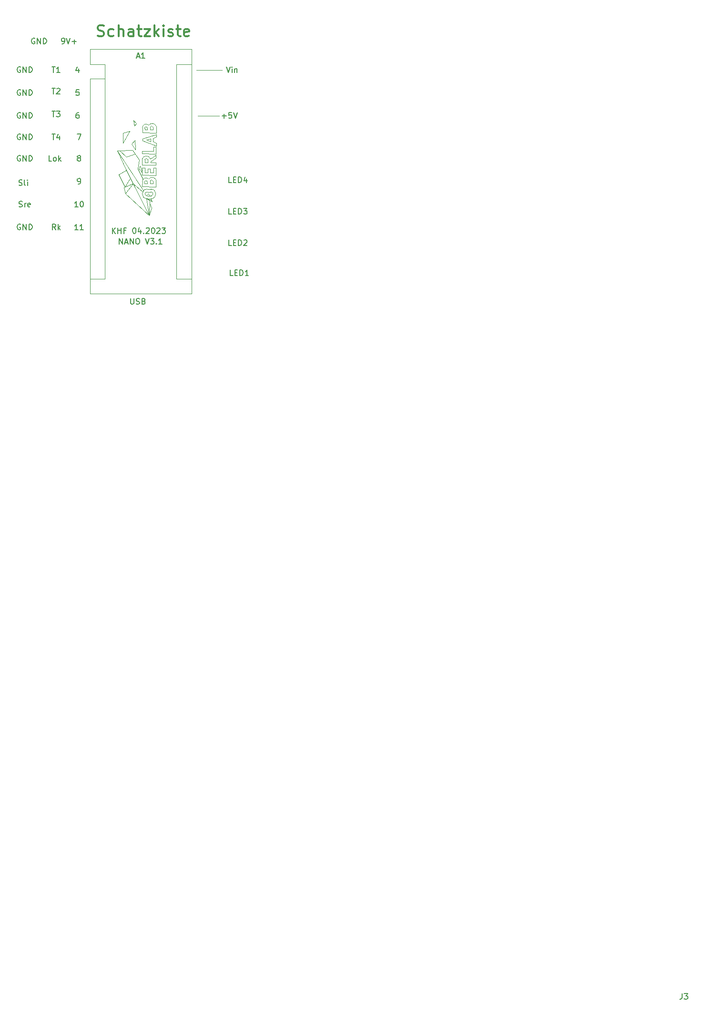
<source format=gbr>
%TF.GenerationSoftware,KiCad,Pcbnew,(5.1.9)-1*%
%TF.CreationDate,2023-04-18T08:21:27+02:00*%
%TF.ProjectId,NANO_Bot,4e414e4f-5f42-46f7-942e-6b696361645f,rev?*%
%TF.SameCoordinates,Original*%
%TF.FileFunction,Legend,Top*%
%TF.FilePolarity,Positive*%
%FSLAX46Y46*%
G04 Gerber Fmt 4.6, Leading zero omitted, Abs format (unit mm)*
G04 Created by KiCad (PCBNEW (5.1.9)-1) date 2023-04-18 08:21:27*
%MOMM*%
%LPD*%
G01*
G04 APERTURE LIST*
%ADD10C,0.150000*%
%ADD11C,0.300000*%
%ADD12C,0.120000*%
%ADD13C,0.050000*%
G04 APERTURE END LIST*
D10*
X108204095Y-339860000D02*
X108108857Y-339812380D01*
X107966000Y-339812380D01*
X107823142Y-339860000D01*
X107727904Y-339955238D01*
X107680285Y-340050476D01*
X107632666Y-340240952D01*
X107632666Y-340383809D01*
X107680285Y-340574285D01*
X107727904Y-340669523D01*
X107823142Y-340764761D01*
X107966000Y-340812380D01*
X108061238Y-340812380D01*
X108204095Y-340764761D01*
X108251714Y-340717142D01*
X108251714Y-340383809D01*
X108061238Y-340383809D01*
X108680285Y-340812380D02*
X108680285Y-339812380D01*
X109251714Y-340812380D01*
X109251714Y-339812380D01*
X109727904Y-340812380D02*
X109727904Y-339812380D01*
X109966000Y-339812380D01*
X110108857Y-339860000D01*
X110204095Y-339955238D01*
X110251714Y-340050476D01*
X110299333Y-340240952D01*
X110299333Y-340383809D01*
X110251714Y-340574285D01*
X110204095Y-340669523D01*
X110108857Y-340764761D01*
X109966000Y-340812380D01*
X109727904Y-340812380D01*
X108204095Y-327668000D02*
X108108857Y-327620380D01*
X107966000Y-327620380D01*
X107823142Y-327668000D01*
X107727904Y-327763238D01*
X107680285Y-327858476D01*
X107632666Y-328048952D01*
X107632666Y-328191809D01*
X107680285Y-328382285D01*
X107727904Y-328477523D01*
X107823142Y-328572761D01*
X107966000Y-328620380D01*
X108061238Y-328620380D01*
X108204095Y-328572761D01*
X108251714Y-328525142D01*
X108251714Y-328191809D01*
X108061238Y-328191809D01*
X108680285Y-328620380D02*
X108680285Y-327620380D01*
X109251714Y-328620380D01*
X109251714Y-327620380D01*
X109727904Y-328620380D02*
X109727904Y-327620380D01*
X109966000Y-327620380D01*
X110108857Y-327668000D01*
X110204095Y-327763238D01*
X110251714Y-327858476D01*
X110299333Y-328048952D01*
X110299333Y-328191809D01*
X110251714Y-328382285D01*
X110204095Y-328477523D01*
X110108857Y-328572761D01*
X109966000Y-328620380D01*
X109727904Y-328620380D01*
X108204095Y-323858000D02*
X108108857Y-323810380D01*
X107966000Y-323810380D01*
X107823142Y-323858000D01*
X107727904Y-323953238D01*
X107680285Y-324048476D01*
X107632666Y-324238952D01*
X107632666Y-324381809D01*
X107680285Y-324572285D01*
X107727904Y-324667523D01*
X107823142Y-324762761D01*
X107966000Y-324810380D01*
X108061238Y-324810380D01*
X108204095Y-324762761D01*
X108251714Y-324715142D01*
X108251714Y-324381809D01*
X108061238Y-324381809D01*
X108680285Y-324810380D02*
X108680285Y-323810380D01*
X109251714Y-324810380D01*
X109251714Y-323810380D01*
X109727904Y-324810380D02*
X109727904Y-323810380D01*
X109966000Y-323810380D01*
X110108857Y-323858000D01*
X110204095Y-323953238D01*
X110251714Y-324048476D01*
X110299333Y-324238952D01*
X110299333Y-324381809D01*
X110251714Y-324572285D01*
X110204095Y-324667523D01*
X110108857Y-324762761D01*
X109966000Y-324810380D01*
X109727904Y-324810380D01*
X108204095Y-320048000D02*
X108108857Y-320000380D01*
X107966000Y-320000380D01*
X107823142Y-320048000D01*
X107727904Y-320143238D01*
X107680285Y-320238476D01*
X107632666Y-320428952D01*
X107632666Y-320571809D01*
X107680285Y-320762285D01*
X107727904Y-320857523D01*
X107823142Y-320952761D01*
X107966000Y-321000380D01*
X108061238Y-321000380D01*
X108204095Y-320952761D01*
X108251714Y-320905142D01*
X108251714Y-320571809D01*
X108061238Y-320571809D01*
X108680285Y-321000380D02*
X108680285Y-320000380D01*
X109251714Y-321000380D01*
X109251714Y-320000380D01*
X109727904Y-321000380D02*
X109727904Y-320000380D01*
X109966000Y-320000380D01*
X110108857Y-320048000D01*
X110204095Y-320143238D01*
X110251714Y-320238476D01*
X110299333Y-320428952D01*
X110299333Y-320571809D01*
X110251714Y-320762285D01*
X110204095Y-320857523D01*
X110108857Y-320952761D01*
X109966000Y-321000380D01*
X109727904Y-321000380D01*
X108204095Y-315984000D02*
X108108857Y-315936380D01*
X107966000Y-315936380D01*
X107823142Y-315984000D01*
X107727904Y-316079238D01*
X107680285Y-316174476D01*
X107632666Y-316364952D01*
X107632666Y-316507809D01*
X107680285Y-316698285D01*
X107727904Y-316793523D01*
X107823142Y-316888761D01*
X107966000Y-316936380D01*
X108061238Y-316936380D01*
X108204095Y-316888761D01*
X108251714Y-316841142D01*
X108251714Y-316507809D01*
X108061238Y-316507809D01*
X108680285Y-316936380D02*
X108680285Y-315936380D01*
X109251714Y-316936380D01*
X109251714Y-315936380D01*
X109727904Y-316936380D02*
X109727904Y-315936380D01*
X109966000Y-315936380D01*
X110108857Y-315984000D01*
X110204095Y-316079238D01*
X110251714Y-316174476D01*
X110299333Y-316364952D01*
X110299333Y-316507809D01*
X110251714Y-316698285D01*
X110204095Y-316793523D01*
X110108857Y-316888761D01*
X109966000Y-316936380D01*
X109727904Y-316936380D01*
X108204095Y-311920000D02*
X108108857Y-311872380D01*
X107966000Y-311872380D01*
X107823142Y-311920000D01*
X107727904Y-312015238D01*
X107680285Y-312110476D01*
X107632666Y-312300952D01*
X107632666Y-312443809D01*
X107680285Y-312634285D01*
X107727904Y-312729523D01*
X107823142Y-312824761D01*
X107966000Y-312872380D01*
X108061238Y-312872380D01*
X108204095Y-312824761D01*
X108251714Y-312777142D01*
X108251714Y-312443809D01*
X108061238Y-312443809D01*
X108680285Y-312872380D02*
X108680285Y-311872380D01*
X109251714Y-312872380D01*
X109251714Y-311872380D01*
X109727904Y-312872380D02*
X109727904Y-311872380D01*
X109966000Y-311872380D01*
X110108857Y-311920000D01*
X110204095Y-312015238D01*
X110251714Y-312110476D01*
X110299333Y-312300952D01*
X110299333Y-312443809D01*
X110251714Y-312634285D01*
X110204095Y-312729523D01*
X110108857Y-312824761D01*
X109966000Y-312872380D01*
X109727904Y-312872380D01*
D11*
X121905142Y-306371523D02*
X122190857Y-306466761D01*
X122667047Y-306466761D01*
X122857523Y-306371523D01*
X122952761Y-306276285D01*
X123048000Y-306085809D01*
X123048000Y-305895333D01*
X122952761Y-305704857D01*
X122857523Y-305609619D01*
X122667047Y-305514380D01*
X122286095Y-305419142D01*
X122095619Y-305323904D01*
X122000380Y-305228666D01*
X121905142Y-305038190D01*
X121905142Y-304847714D01*
X122000380Y-304657238D01*
X122095619Y-304562000D01*
X122286095Y-304466761D01*
X122762285Y-304466761D01*
X123048000Y-304562000D01*
X124762285Y-306371523D02*
X124571809Y-306466761D01*
X124190857Y-306466761D01*
X124000380Y-306371523D01*
X123905142Y-306276285D01*
X123809904Y-306085809D01*
X123809904Y-305514380D01*
X123905142Y-305323904D01*
X124000380Y-305228666D01*
X124190857Y-305133428D01*
X124571809Y-305133428D01*
X124762285Y-305228666D01*
X125619428Y-306466761D02*
X125619428Y-304466761D01*
X126476571Y-306466761D02*
X126476571Y-305419142D01*
X126381333Y-305228666D01*
X126190857Y-305133428D01*
X125905142Y-305133428D01*
X125714666Y-305228666D01*
X125619428Y-305323904D01*
X128286095Y-306466761D02*
X128286095Y-305419142D01*
X128190857Y-305228666D01*
X128000380Y-305133428D01*
X127619428Y-305133428D01*
X127428952Y-305228666D01*
X128286095Y-306371523D02*
X128095619Y-306466761D01*
X127619428Y-306466761D01*
X127428952Y-306371523D01*
X127333714Y-306181047D01*
X127333714Y-305990571D01*
X127428952Y-305800095D01*
X127619428Y-305704857D01*
X128095619Y-305704857D01*
X128286095Y-305609619D01*
X128952761Y-305133428D02*
X129714666Y-305133428D01*
X129238476Y-304466761D02*
X129238476Y-306181047D01*
X129333714Y-306371523D01*
X129524190Y-306466761D01*
X129714666Y-306466761D01*
X130190857Y-305133428D02*
X131238476Y-305133428D01*
X130190857Y-306466761D01*
X131238476Y-306466761D01*
X132000380Y-306466761D02*
X132000380Y-304466761D01*
X132190857Y-305704857D02*
X132762285Y-306466761D01*
X132762285Y-305133428D02*
X132000380Y-305895333D01*
X133619428Y-306466761D02*
X133619428Y-305133428D01*
X133619428Y-304466761D02*
X133524190Y-304562000D01*
X133619428Y-304657238D01*
X133714666Y-304562000D01*
X133619428Y-304466761D01*
X133619428Y-304657238D01*
X134476571Y-306371523D02*
X134667047Y-306466761D01*
X135048000Y-306466761D01*
X135238476Y-306371523D01*
X135333714Y-306181047D01*
X135333714Y-306085809D01*
X135238476Y-305895333D01*
X135048000Y-305800095D01*
X134762285Y-305800095D01*
X134571809Y-305704857D01*
X134476571Y-305514380D01*
X134476571Y-305419142D01*
X134571809Y-305228666D01*
X134762285Y-305133428D01*
X135048000Y-305133428D01*
X135238476Y-305228666D01*
X135905142Y-305133428D02*
X136667047Y-305133428D01*
X136190857Y-304466761D02*
X136190857Y-306181047D01*
X136286095Y-306371523D01*
X136476571Y-306466761D01*
X136667047Y-306466761D01*
X138095619Y-306371523D02*
X137905142Y-306466761D01*
X137524190Y-306466761D01*
X137333714Y-306371523D01*
X137238476Y-306181047D01*
X137238476Y-305419142D01*
X137333714Y-305228666D01*
X137524190Y-305133428D01*
X137905142Y-305133428D01*
X138095619Y-305228666D01*
X138190857Y-305419142D01*
X138190857Y-305609619D01*
X137238476Y-305800095D01*
D12*
X139700000Y-320548000D02*
X143510000Y-320548000D01*
X139446000Y-312420000D02*
X144018000Y-312420000D01*
D10*
X118554476Y-312205714D02*
X118554476Y-312872380D01*
X118316380Y-311824761D02*
X118078285Y-312539047D01*
X118697333Y-312539047D01*
X127770095Y-353020380D02*
X127770095Y-353829904D01*
X127817714Y-353925142D01*
X127865333Y-353972761D01*
X127960571Y-354020380D01*
X128151047Y-354020380D01*
X128246285Y-353972761D01*
X128293904Y-353925142D01*
X128341523Y-353829904D01*
X128341523Y-353020380D01*
X128770095Y-353972761D02*
X128912952Y-354020380D01*
X129151047Y-354020380D01*
X129246285Y-353972761D01*
X129293904Y-353925142D01*
X129341523Y-353829904D01*
X129341523Y-353734666D01*
X129293904Y-353639428D01*
X129246285Y-353591809D01*
X129151047Y-353544190D01*
X128960571Y-353496571D01*
X128865333Y-353448952D01*
X128817714Y-353401333D01*
X128770095Y-353306095D01*
X128770095Y-353210857D01*
X128817714Y-353115619D01*
X128865333Y-353068000D01*
X128960571Y-353020380D01*
X129198666Y-353020380D01*
X129341523Y-353068000D01*
X130103428Y-353496571D02*
X130246285Y-353544190D01*
X130293904Y-353591809D01*
X130341523Y-353687047D01*
X130341523Y-353829904D01*
X130293904Y-353925142D01*
X130246285Y-353972761D01*
X130151047Y-354020380D01*
X129770095Y-354020380D01*
X129770095Y-353020380D01*
X130103428Y-353020380D01*
X130198666Y-353068000D01*
X130246285Y-353115619D01*
X130293904Y-353210857D01*
X130293904Y-353306095D01*
X130246285Y-353401333D01*
X130198666Y-353448952D01*
X130103428Y-353496571D01*
X129770095Y-353496571D01*
X145946952Y-348940380D02*
X145470761Y-348940380D01*
X145470761Y-347940380D01*
X146280285Y-348416571D02*
X146613619Y-348416571D01*
X146756476Y-348940380D02*
X146280285Y-348940380D01*
X146280285Y-347940380D01*
X146756476Y-347940380D01*
X147185047Y-348940380D02*
X147185047Y-347940380D01*
X147423142Y-347940380D01*
X147566000Y-347988000D01*
X147661238Y-348083238D01*
X147708857Y-348178476D01*
X147756476Y-348368952D01*
X147756476Y-348511809D01*
X147708857Y-348702285D01*
X147661238Y-348797523D01*
X147566000Y-348892761D01*
X147423142Y-348940380D01*
X147185047Y-348940380D01*
X148708857Y-348940380D02*
X148137428Y-348940380D01*
X148423142Y-348940380D02*
X148423142Y-347940380D01*
X148327904Y-348083238D01*
X148232666Y-348178476D01*
X148137428Y-348226095D01*
X144002285Y-320619428D02*
X144764190Y-320619428D01*
X144383238Y-321000380D02*
X144383238Y-320238476D01*
X145716571Y-320000380D02*
X145240380Y-320000380D01*
X145192761Y-320476571D01*
X145240380Y-320428952D01*
X145335619Y-320381333D01*
X145573714Y-320381333D01*
X145668952Y-320428952D01*
X145716571Y-320476571D01*
X145764190Y-320571809D01*
X145764190Y-320809904D01*
X145716571Y-320905142D01*
X145668952Y-320952761D01*
X145573714Y-321000380D01*
X145335619Y-321000380D01*
X145240380Y-320952761D01*
X145192761Y-320905142D01*
X146049904Y-320000380D02*
X146383238Y-321000380D01*
X146716571Y-320000380D01*
X145692952Y-338018380D02*
X145216761Y-338018380D01*
X145216761Y-337018380D01*
X146026285Y-337494571D02*
X146359619Y-337494571D01*
X146502476Y-338018380D02*
X146026285Y-338018380D01*
X146026285Y-337018380D01*
X146502476Y-337018380D01*
X146931047Y-338018380D02*
X146931047Y-337018380D01*
X147169142Y-337018380D01*
X147312000Y-337066000D01*
X147407238Y-337161238D01*
X147454857Y-337256476D01*
X147502476Y-337446952D01*
X147502476Y-337589809D01*
X147454857Y-337780285D01*
X147407238Y-337875523D01*
X147312000Y-337970761D01*
X147169142Y-338018380D01*
X146931047Y-338018380D01*
X147835809Y-337018380D02*
X148454857Y-337018380D01*
X148121523Y-337399333D01*
X148264380Y-337399333D01*
X148359619Y-337446952D01*
X148407238Y-337494571D01*
X148454857Y-337589809D01*
X148454857Y-337827904D01*
X148407238Y-337923142D01*
X148359619Y-337970761D01*
X148264380Y-338018380D01*
X147978666Y-338018380D01*
X147883428Y-337970761D01*
X147835809Y-337923142D01*
X145692952Y-332430380D02*
X145216761Y-332430380D01*
X145216761Y-331430380D01*
X146026285Y-331906571D02*
X146359619Y-331906571D01*
X146502476Y-332430380D02*
X146026285Y-332430380D01*
X146026285Y-331430380D01*
X146502476Y-331430380D01*
X146931047Y-332430380D02*
X146931047Y-331430380D01*
X147169142Y-331430380D01*
X147312000Y-331478000D01*
X147407238Y-331573238D01*
X147454857Y-331668476D01*
X147502476Y-331858952D01*
X147502476Y-332001809D01*
X147454857Y-332192285D01*
X147407238Y-332287523D01*
X147312000Y-332382761D01*
X147169142Y-332430380D01*
X146931047Y-332430380D01*
X148359619Y-331763714D02*
X148359619Y-332430380D01*
X148121523Y-331382761D02*
X147883428Y-332097047D01*
X148502476Y-332097047D01*
X145692952Y-343606380D02*
X145216761Y-343606380D01*
X145216761Y-342606380D01*
X146026285Y-343082571D02*
X146359619Y-343082571D01*
X146502476Y-343606380D02*
X146026285Y-343606380D01*
X146026285Y-342606380D01*
X146502476Y-342606380D01*
X146931047Y-343606380D02*
X146931047Y-342606380D01*
X147169142Y-342606380D01*
X147312000Y-342654000D01*
X147407238Y-342749238D01*
X147454857Y-342844476D01*
X147502476Y-343034952D01*
X147502476Y-343177809D01*
X147454857Y-343368285D01*
X147407238Y-343463523D01*
X147312000Y-343558761D01*
X147169142Y-343606380D01*
X146931047Y-343606380D01*
X147883428Y-342701619D02*
X147931047Y-342654000D01*
X148026285Y-342606380D01*
X148264380Y-342606380D01*
X148359619Y-342654000D01*
X148407238Y-342701619D01*
X148454857Y-342796857D01*
X148454857Y-342892095D01*
X148407238Y-343034952D01*
X147835809Y-343606380D01*
X148454857Y-343606380D01*
X144772190Y-311872380D02*
X145105523Y-312872380D01*
X145438857Y-311872380D01*
X145772190Y-312872380D02*
X145772190Y-312205714D01*
X145772190Y-311872380D02*
X145724571Y-311920000D01*
X145772190Y-311967619D01*
X145819809Y-311920000D01*
X145772190Y-311872380D01*
X145772190Y-311967619D01*
X146248380Y-312205714D02*
X146248380Y-312872380D01*
X146248380Y-312300952D02*
X146296000Y-312253333D01*
X146391238Y-312205714D01*
X146534095Y-312205714D01*
X146629333Y-312253333D01*
X146676952Y-312348571D01*
X146676952Y-312872380D01*
X118284666Y-323810380D02*
X118951333Y-323810380D01*
X118522761Y-324810380D01*
X118427523Y-332684380D02*
X118618000Y-332684380D01*
X118713238Y-332636761D01*
X118760857Y-332589142D01*
X118856095Y-332446285D01*
X118903714Y-332255809D01*
X118903714Y-331874857D01*
X118856095Y-331779619D01*
X118808476Y-331732000D01*
X118713238Y-331684380D01*
X118522761Y-331684380D01*
X118427523Y-331732000D01*
X118379904Y-331779619D01*
X118332285Y-331874857D01*
X118332285Y-332112952D01*
X118379904Y-332208190D01*
X118427523Y-332255809D01*
X118522761Y-332303428D01*
X118713238Y-332303428D01*
X118808476Y-332255809D01*
X118856095Y-332208190D01*
X118903714Y-332112952D01*
X118427523Y-336748380D02*
X117856095Y-336748380D01*
X118141809Y-336748380D02*
X118141809Y-335748380D01*
X118046571Y-335891238D01*
X117951333Y-335986476D01*
X117856095Y-336034095D01*
X119046571Y-335748380D02*
X119141809Y-335748380D01*
X119237047Y-335796000D01*
X119284666Y-335843619D01*
X119332285Y-335938857D01*
X119379904Y-336129333D01*
X119379904Y-336367428D01*
X119332285Y-336557904D01*
X119284666Y-336653142D01*
X119237047Y-336700761D01*
X119141809Y-336748380D01*
X119046571Y-336748380D01*
X118951333Y-336700761D01*
X118903714Y-336653142D01*
X118856095Y-336557904D01*
X118808476Y-336367428D01*
X118808476Y-336129333D01*
X118856095Y-335938857D01*
X118903714Y-335843619D01*
X118951333Y-335796000D01*
X119046571Y-335748380D01*
X118602095Y-315936380D02*
X118125904Y-315936380D01*
X118078285Y-316412571D01*
X118125904Y-316364952D01*
X118221142Y-316317333D01*
X118459238Y-316317333D01*
X118554476Y-316364952D01*
X118602095Y-316412571D01*
X118649714Y-316507809D01*
X118649714Y-316745904D01*
X118602095Y-316841142D01*
X118554476Y-316888761D01*
X118459238Y-316936380D01*
X118221142Y-316936380D01*
X118125904Y-316888761D01*
X118078285Y-316841142D01*
X118554476Y-320000380D02*
X118364000Y-320000380D01*
X118268761Y-320048000D01*
X118221142Y-320095619D01*
X118125904Y-320238476D01*
X118078285Y-320428952D01*
X118078285Y-320809904D01*
X118125904Y-320905142D01*
X118173523Y-320952761D01*
X118268761Y-321000380D01*
X118459238Y-321000380D01*
X118554476Y-320952761D01*
X118602095Y-320905142D01*
X118649714Y-320809904D01*
X118649714Y-320571809D01*
X118602095Y-320476571D01*
X118554476Y-320428952D01*
X118459238Y-320381333D01*
X118268761Y-320381333D01*
X118173523Y-320428952D01*
X118125904Y-320476571D01*
X118078285Y-320571809D01*
X118522761Y-328048952D02*
X118427523Y-328001333D01*
X118379904Y-327953714D01*
X118332285Y-327858476D01*
X118332285Y-327810857D01*
X118379904Y-327715619D01*
X118427523Y-327668000D01*
X118522761Y-327620380D01*
X118713238Y-327620380D01*
X118808476Y-327668000D01*
X118856095Y-327715619D01*
X118903714Y-327810857D01*
X118903714Y-327858476D01*
X118856095Y-327953714D01*
X118808476Y-328001333D01*
X118713238Y-328048952D01*
X118522761Y-328048952D01*
X118427523Y-328096571D01*
X118379904Y-328144190D01*
X118332285Y-328239428D01*
X118332285Y-328429904D01*
X118379904Y-328525142D01*
X118427523Y-328572761D01*
X118522761Y-328620380D01*
X118713238Y-328620380D01*
X118808476Y-328572761D01*
X118856095Y-328525142D01*
X118903714Y-328429904D01*
X118903714Y-328239428D01*
X118856095Y-328144190D01*
X118808476Y-328096571D01*
X118713238Y-328048952D01*
X118427523Y-340812380D02*
X117856095Y-340812380D01*
X118141809Y-340812380D02*
X118141809Y-339812380D01*
X118046571Y-339955238D01*
X117951333Y-340050476D01*
X117856095Y-340098095D01*
X119379904Y-340812380D02*
X118808476Y-340812380D01*
X119094190Y-340812380D02*
X119094190Y-339812380D01*
X118998952Y-339955238D01*
X118903714Y-340050476D01*
X118808476Y-340098095D01*
X125778095Y-343352380D02*
X125778095Y-342352380D01*
X126349523Y-343352380D01*
X126349523Y-342352380D01*
X126778095Y-343066666D02*
X127254285Y-343066666D01*
X126682857Y-343352380D02*
X127016190Y-342352380D01*
X127349523Y-343352380D01*
X127682857Y-343352380D02*
X127682857Y-342352380D01*
X128254285Y-343352380D01*
X128254285Y-342352380D01*
X128920952Y-342352380D02*
X129111428Y-342352380D01*
X129206666Y-342400000D01*
X129301904Y-342495238D01*
X129349523Y-342685714D01*
X129349523Y-343019047D01*
X129301904Y-343209523D01*
X129206666Y-343304761D01*
X129111428Y-343352380D01*
X128920952Y-343352380D01*
X128825714Y-343304761D01*
X128730476Y-343209523D01*
X128682857Y-343019047D01*
X128682857Y-342685714D01*
X128730476Y-342495238D01*
X128825714Y-342400000D01*
X128920952Y-342352380D01*
X130397142Y-342352380D02*
X130730476Y-343352380D01*
X131063809Y-342352380D01*
X131301904Y-342352380D02*
X131920952Y-342352380D01*
X131587619Y-342733333D01*
X131730476Y-342733333D01*
X131825714Y-342780952D01*
X131873333Y-342828571D01*
X131920952Y-342923809D01*
X131920952Y-343161904D01*
X131873333Y-343257142D01*
X131825714Y-343304761D01*
X131730476Y-343352380D01*
X131444761Y-343352380D01*
X131349523Y-343304761D01*
X131301904Y-343257142D01*
X132349523Y-343257142D02*
X132397142Y-343304761D01*
X132349523Y-343352380D01*
X132301904Y-343304761D01*
X132349523Y-343257142D01*
X132349523Y-343352380D01*
X133349523Y-343352380D02*
X132778095Y-343352380D01*
X133063809Y-343352380D02*
X133063809Y-342352380D01*
X132968571Y-342495238D01*
X132873333Y-342590476D01*
X132778095Y-342638095D01*
X114458761Y-340812380D02*
X114125428Y-340336190D01*
X113887333Y-340812380D02*
X113887333Y-339812380D01*
X114268285Y-339812380D01*
X114363523Y-339860000D01*
X114411142Y-339907619D01*
X114458761Y-340002857D01*
X114458761Y-340145714D01*
X114411142Y-340240952D01*
X114363523Y-340288571D01*
X114268285Y-340336190D01*
X113887333Y-340336190D01*
X114887333Y-340812380D02*
X114887333Y-339812380D01*
X114982571Y-340431428D02*
X115268285Y-340812380D01*
X115268285Y-340145714D02*
X114887333Y-340526666D01*
X107942190Y-336700761D02*
X108085047Y-336748380D01*
X108323142Y-336748380D01*
X108418380Y-336700761D01*
X108466000Y-336653142D01*
X108513619Y-336557904D01*
X108513619Y-336462666D01*
X108466000Y-336367428D01*
X108418380Y-336319809D01*
X108323142Y-336272190D01*
X108132666Y-336224571D01*
X108037428Y-336176952D01*
X107989809Y-336129333D01*
X107942190Y-336034095D01*
X107942190Y-335938857D01*
X107989809Y-335843619D01*
X108037428Y-335796000D01*
X108132666Y-335748380D01*
X108370761Y-335748380D01*
X108513619Y-335796000D01*
X108942190Y-336748380D02*
X108942190Y-336081714D01*
X108942190Y-336272190D02*
X108989809Y-336176952D01*
X109037428Y-336129333D01*
X109132666Y-336081714D01*
X109227904Y-336081714D01*
X109942190Y-336700761D02*
X109846952Y-336748380D01*
X109656476Y-336748380D01*
X109561238Y-336700761D01*
X109513619Y-336605523D01*
X109513619Y-336224571D01*
X109561238Y-336129333D01*
X109656476Y-336081714D01*
X109846952Y-336081714D01*
X109942190Y-336129333D01*
X109989809Y-336224571D01*
X109989809Y-336319809D01*
X109513619Y-336415047D01*
X107926285Y-332890761D02*
X108069142Y-332938380D01*
X108307238Y-332938380D01*
X108402476Y-332890761D01*
X108450095Y-332843142D01*
X108497714Y-332747904D01*
X108497714Y-332652666D01*
X108450095Y-332557428D01*
X108402476Y-332509809D01*
X108307238Y-332462190D01*
X108116761Y-332414571D01*
X108021523Y-332366952D01*
X107973904Y-332319333D01*
X107926285Y-332224095D01*
X107926285Y-332128857D01*
X107973904Y-332033619D01*
X108021523Y-331986000D01*
X108116761Y-331938380D01*
X108354857Y-331938380D01*
X108497714Y-331986000D01*
X109069142Y-332938380D02*
X108973904Y-332890761D01*
X108926285Y-332795523D01*
X108926285Y-331938380D01*
X109450095Y-332938380D02*
X109450095Y-332271714D01*
X109450095Y-331938380D02*
X109402476Y-331986000D01*
X109450095Y-332033619D01*
X109497714Y-331986000D01*
X109450095Y-331938380D01*
X109450095Y-332033619D01*
X113752380Y-328620380D02*
X113276190Y-328620380D01*
X113276190Y-327620380D01*
X114228571Y-328620380D02*
X114133333Y-328572761D01*
X114085714Y-328525142D01*
X114038095Y-328429904D01*
X114038095Y-328144190D01*
X114085714Y-328048952D01*
X114133333Y-328001333D01*
X114228571Y-327953714D01*
X114371428Y-327953714D01*
X114466666Y-328001333D01*
X114514285Y-328048952D01*
X114561904Y-328144190D01*
X114561904Y-328429904D01*
X114514285Y-328525142D01*
X114466666Y-328572761D01*
X114371428Y-328620380D01*
X114228571Y-328620380D01*
X114990476Y-328620380D02*
X114990476Y-327620380D01*
X115085714Y-328239428D02*
X115371428Y-328620380D01*
X115371428Y-327953714D02*
X114990476Y-328334666D01*
X113792095Y-323810380D02*
X114363523Y-323810380D01*
X114077809Y-324810380D02*
X114077809Y-323810380D01*
X115125428Y-324143714D02*
X115125428Y-324810380D01*
X114887333Y-323762761D02*
X114649238Y-324477047D01*
X115268285Y-324477047D01*
X113792095Y-319746380D02*
X114363523Y-319746380D01*
X114077809Y-320746380D02*
X114077809Y-319746380D01*
X114601619Y-319746380D02*
X115220666Y-319746380D01*
X114887333Y-320127333D01*
X115030190Y-320127333D01*
X115125428Y-320174952D01*
X115173047Y-320222571D01*
X115220666Y-320317809D01*
X115220666Y-320555904D01*
X115173047Y-320651142D01*
X115125428Y-320698761D01*
X115030190Y-320746380D01*
X114744476Y-320746380D01*
X114649238Y-320698761D01*
X114601619Y-320651142D01*
X113792095Y-315682380D02*
X114363523Y-315682380D01*
X114077809Y-316682380D02*
X114077809Y-315682380D01*
X114649238Y-315777619D02*
X114696857Y-315730000D01*
X114792095Y-315682380D01*
X115030190Y-315682380D01*
X115125428Y-315730000D01*
X115173047Y-315777619D01*
X115220666Y-315872857D01*
X115220666Y-315968095D01*
X115173047Y-316110952D01*
X114601619Y-316682380D01*
X115220666Y-316682380D01*
X113792095Y-311872380D02*
X114363523Y-311872380D01*
X114077809Y-312872380D02*
X114077809Y-311872380D01*
X115220666Y-312872380D02*
X114649238Y-312872380D01*
X114934952Y-312872380D02*
X114934952Y-311872380D01*
X114839714Y-312015238D01*
X114744476Y-312110476D01*
X114649238Y-312158095D01*
X115601904Y-307792380D02*
X115792380Y-307792380D01*
X115887619Y-307744761D01*
X115935238Y-307697142D01*
X116030476Y-307554285D01*
X116078095Y-307363809D01*
X116078095Y-306982857D01*
X116030476Y-306887619D01*
X115982857Y-306840000D01*
X115887619Y-306792380D01*
X115697142Y-306792380D01*
X115601904Y-306840000D01*
X115554285Y-306887619D01*
X115506666Y-306982857D01*
X115506666Y-307220952D01*
X115554285Y-307316190D01*
X115601904Y-307363809D01*
X115697142Y-307411428D01*
X115887619Y-307411428D01*
X115982857Y-307363809D01*
X116030476Y-307316190D01*
X116078095Y-307220952D01*
X116363809Y-306792380D02*
X116697142Y-307792380D01*
X117030476Y-306792380D01*
X117363809Y-307411428D02*
X118125714Y-307411428D01*
X117744761Y-307792380D02*
X117744761Y-307030476D01*
X124529523Y-341462380D02*
X124529523Y-340462380D01*
X125100952Y-341462380D02*
X124672380Y-340890952D01*
X125100952Y-340462380D02*
X124529523Y-341033809D01*
X125529523Y-341462380D02*
X125529523Y-340462380D01*
X125529523Y-340938571D02*
X126100952Y-340938571D01*
X126100952Y-341462380D02*
X126100952Y-340462380D01*
X126910476Y-340938571D02*
X126577142Y-340938571D01*
X126577142Y-341462380D02*
X126577142Y-340462380D01*
X127053333Y-340462380D01*
X128386666Y-340462380D02*
X128481904Y-340462380D01*
X128577142Y-340510000D01*
X128624761Y-340557619D01*
X128672380Y-340652857D01*
X128720000Y-340843333D01*
X128720000Y-341081428D01*
X128672380Y-341271904D01*
X128624761Y-341367142D01*
X128577142Y-341414761D01*
X128481904Y-341462380D01*
X128386666Y-341462380D01*
X128291428Y-341414761D01*
X128243809Y-341367142D01*
X128196190Y-341271904D01*
X128148571Y-341081428D01*
X128148571Y-340843333D01*
X128196190Y-340652857D01*
X128243809Y-340557619D01*
X128291428Y-340510000D01*
X128386666Y-340462380D01*
X129577142Y-340795714D02*
X129577142Y-341462380D01*
X129339047Y-340414761D02*
X129100952Y-341129047D01*
X129720000Y-341129047D01*
X130100952Y-341367142D02*
X130148571Y-341414761D01*
X130100952Y-341462380D01*
X130053333Y-341414761D01*
X130100952Y-341367142D01*
X130100952Y-341462380D01*
X130529523Y-340557619D02*
X130577142Y-340510000D01*
X130672380Y-340462380D01*
X130910476Y-340462380D01*
X131005714Y-340510000D01*
X131053333Y-340557619D01*
X131100952Y-340652857D01*
X131100952Y-340748095D01*
X131053333Y-340890952D01*
X130481904Y-341462380D01*
X131100952Y-341462380D01*
X131720000Y-340462380D02*
X131815238Y-340462380D01*
X131910476Y-340510000D01*
X131958095Y-340557619D01*
X132005714Y-340652857D01*
X132053333Y-340843333D01*
X132053333Y-341081428D01*
X132005714Y-341271904D01*
X131958095Y-341367142D01*
X131910476Y-341414761D01*
X131815238Y-341462380D01*
X131720000Y-341462380D01*
X131624761Y-341414761D01*
X131577142Y-341367142D01*
X131529523Y-341271904D01*
X131481904Y-341081428D01*
X131481904Y-340843333D01*
X131529523Y-340652857D01*
X131577142Y-340557619D01*
X131624761Y-340510000D01*
X131720000Y-340462380D01*
X132434285Y-340557619D02*
X132481904Y-340510000D01*
X132577142Y-340462380D01*
X132815238Y-340462380D01*
X132910476Y-340510000D01*
X132958095Y-340557619D01*
X133005714Y-340652857D01*
X133005714Y-340748095D01*
X132958095Y-340890952D01*
X132386666Y-341462380D01*
X133005714Y-341462380D01*
X133339047Y-340462380D02*
X133958095Y-340462380D01*
X133624761Y-340843333D01*
X133767619Y-340843333D01*
X133862857Y-340890952D01*
X133910476Y-340938571D01*
X133958095Y-341033809D01*
X133958095Y-341271904D01*
X133910476Y-341367142D01*
X133862857Y-341414761D01*
X133767619Y-341462380D01*
X133481904Y-341462380D01*
X133386666Y-341414761D01*
X133339047Y-341367142D01*
D12*
%TO.C,G\u002A\u002A\u002A*%
X130698000Y-335292000D02*
G75*
G02*
X130698000Y-333592000I0J850000D01*
G01*
X129842594Y-328233269D02*
G75*
G02*
X131297999Y-328217001I730406J-233731D01*
G01*
X131398000Y-334092000D02*
G75*
G02*
X131398000Y-334792000I0J-350000D01*
G01*
X129886605Y-322667000D02*
G75*
G02*
X130972999Y-322217001I636395J0D01*
G01*
X130698000Y-334792000D02*
G75*
G02*
X130698000Y-334092000I0J350000D01*
G01*
X130255464Y-332402634D02*
G75*
G02*
X130748000Y-332342000I242536J60634D01*
G01*
X130989064Y-331815744D02*
G75*
G02*
X132297999Y-331992001I608936J-426256D01*
G01*
X131268050Y-322666999D02*
G75*
G02*
X131772999Y-322617001I254950J-1D01*
G01*
X131398000Y-333592000D02*
G75*
G02*
X131398000Y-335292000I0J-850000D01*
G01*
X130298001Y-328342000D02*
G75*
G02*
X130847999Y-328342001I274999J-125000D01*
G01*
X129861605Y-332242000D02*
G75*
G02*
X130947999Y-331792001I636395J0D01*
G01*
X131243050Y-332241999D02*
G75*
G02*
X131747999Y-332192001I254950J-1D01*
G01*
X130280464Y-322827634D02*
G75*
G02*
X130773000Y-322767000I242536J60634D01*
G01*
X131014064Y-322240744D02*
G75*
G02*
X132322999Y-322417001I608936J-426256D01*
G01*
X132323000Y-323892000D02*
X129873000Y-324667000D01*
D13*
X128198000Y-332592000D02*
X129923000Y-334067000D01*
D12*
X131848000Y-326817000D02*
X131848000Y-326067000D01*
X130798000Y-329992000D02*
X130798000Y-330642000D01*
X129848000Y-327292000D02*
X129848000Y-326842000D01*
X131398000Y-335292000D02*
X130698000Y-335292000D01*
X132298000Y-326067000D02*
X132298000Y-327317000D01*
X132298000Y-327317000D02*
X129848000Y-327292000D01*
X130298000Y-332642000D02*
X130748000Y-332642000D01*
X129848000Y-331092000D02*
X132298000Y-331142000D01*
X130798000Y-330642000D02*
X130348000Y-330642000D01*
X132298000Y-331142000D02*
X132298000Y-331042000D01*
X131723000Y-325142000D02*
X131723000Y-324542000D01*
X132323000Y-325392000D02*
X132323000Y-325892000D01*
X129848000Y-326842000D02*
X131848000Y-326817000D01*
X130698000Y-333592000D02*
X131398000Y-333592000D01*
X131248000Y-329992000D02*
X130798000Y-329992000D01*
X129873000Y-324667000D02*
X129873000Y-324992000D01*
X132323000Y-324292000D02*
X132323000Y-323892000D01*
X131773000Y-323067000D02*
X131773000Y-322617000D01*
D13*
X126398000Y-323642000D02*
X126448000Y-325442000D01*
D12*
X132298000Y-328892000D02*
X131348000Y-328892000D01*
D13*
X128498000Y-324867000D02*
X128598000Y-326542000D01*
X127048000Y-330267000D02*
X125423000Y-326792000D01*
X128198000Y-332592000D02*
X131048000Y-338242000D01*
X131523000Y-336917000D02*
X131173000Y-336092000D01*
D12*
X130748000Y-332642000D02*
X130748000Y-332342000D01*
X130348000Y-329792000D02*
X129848000Y-329792000D01*
X130248000Y-332642000D02*
X130248000Y-332392000D01*
D13*
X125623000Y-331017000D02*
X127048000Y-330267000D01*
D12*
X131248000Y-330642000D02*
X131248000Y-329992000D01*
X131348000Y-328742000D02*
X132298000Y-327992000D01*
X129873000Y-324992000D02*
X132323000Y-325892000D01*
X131323000Y-325117000D02*
X131323000Y-324617000D01*
X132298000Y-329342000D02*
X132298000Y-328892000D01*
X129848000Y-329792000D02*
X129848000Y-331092000D01*
X131723000Y-324542000D02*
X132323000Y-324292000D01*
X131798000Y-330642000D02*
X131248000Y-330642000D01*
X132298000Y-327592000D02*
X132298000Y-327492000D01*
D13*
X127048000Y-327892000D02*
X128548000Y-327317000D01*
D12*
X130573000Y-324842000D02*
X131323000Y-325117000D01*
X129873000Y-323567000D02*
X132323000Y-323617000D01*
D13*
X125823000Y-326767000D02*
X127048000Y-327892000D01*
D12*
X130348000Y-330642000D02*
X130348000Y-329792000D01*
X131848000Y-326067000D02*
X132298000Y-326067000D01*
D13*
X127573000Y-323292000D02*
X126398000Y-323642000D01*
D12*
X131323000Y-324617000D02*
X130573000Y-324842000D01*
X130323000Y-323067000D02*
X130773000Y-323067000D01*
D13*
X126623000Y-333317000D02*
X128198000Y-332592000D01*
D12*
X130698000Y-334792000D02*
X131398000Y-334792000D01*
D13*
X130548000Y-334742000D02*
X130948000Y-334417000D01*
D12*
X131268050Y-323066999D02*
X131268050Y-322666999D01*
X129886605Y-322667000D02*
X129873000Y-323567000D01*
X132298000Y-329792000D02*
X131798000Y-329792000D01*
D13*
X126873000Y-334342000D02*
X128198000Y-332592000D01*
D12*
X130698000Y-334092000D02*
X131348000Y-334092000D01*
X131243050Y-332641999D02*
X131243050Y-332241999D01*
X129861605Y-332242000D02*
X129848000Y-333142000D01*
X130848000Y-328842000D02*
X130848000Y-328342000D01*
D13*
X127923000Y-325567000D02*
X128498000Y-324867000D01*
D12*
X131348000Y-328892000D02*
X131348000Y-328742000D01*
X132298000Y-333192000D02*
X132298000Y-331992000D01*
D13*
X128448000Y-322342000D02*
X128298000Y-321342000D01*
X129498000Y-329492000D02*
X129848000Y-330467000D01*
D12*
X132298000Y-331042000D02*
X132298000Y-329792000D01*
X132298000Y-327992000D02*
X132298000Y-327592000D01*
X131798000Y-329792000D02*
X131798000Y-330642000D01*
D13*
X126448000Y-325442000D02*
X127573000Y-323292000D01*
D12*
X131273000Y-323067000D02*
X131773000Y-323067000D01*
D13*
X131573000Y-335842000D02*
X130773000Y-335267000D01*
D12*
X130298000Y-328842000D02*
X130848000Y-328842000D01*
D13*
X130023000Y-333892000D02*
X125423000Y-326792000D01*
X130948000Y-334417000D02*
X131123000Y-334792000D01*
X125423000Y-326792000D02*
X128148000Y-326717000D01*
X128598000Y-326567000D02*
X127923000Y-325567000D01*
X131298000Y-335292000D02*
X131573000Y-335842000D01*
D12*
X130273000Y-323067000D02*
X130273000Y-322817000D01*
X132323000Y-323617000D02*
X132323000Y-322417000D01*
D13*
X127048000Y-330267000D02*
X128198000Y-332592000D01*
D12*
X129842594Y-328233269D02*
X129848000Y-329342000D01*
X130773000Y-323067000D02*
X130773000Y-322767000D01*
X132298000Y-327492000D02*
X131348000Y-328192000D01*
X132323000Y-325392000D02*
X131723000Y-325142000D01*
D13*
X126873000Y-334342000D02*
X126623000Y-333317000D01*
D12*
X129848000Y-333142000D02*
X132298000Y-333192000D01*
D13*
X129223000Y-329892000D02*
X129498000Y-329492000D01*
D12*
X131748000Y-332642000D02*
X131748000Y-332192000D01*
D13*
X131048000Y-338242000D02*
X126873000Y-334342000D01*
X129273000Y-328342000D02*
X129048000Y-330017000D01*
X129823000Y-330667000D02*
X129223000Y-329892000D01*
X130573000Y-335342000D02*
X131198000Y-335567000D01*
X131048000Y-338242000D02*
X131523000Y-336917000D01*
D12*
X129848000Y-329342000D02*
X132298000Y-329342000D01*
X130298000Y-328392000D02*
X130298000Y-328842000D01*
D13*
X131048000Y-338242000D02*
X130573000Y-335342000D01*
X125623000Y-331017000D02*
X126798000Y-333217000D01*
X129048000Y-330017000D02*
X129948000Y-331842000D01*
X131198000Y-335567000D02*
X131048000Y-338242000D01*
X126798000Y-333217000D02*
X127698000Y-331642000D01*
X128298000Y-321342000D02*
X128773000Y-321917000D01*
D12*
X131248000Y-332642000D02*
X131748000Y-332642000D01*
D13*
X128773000Y-321917000D02*
X128448000Y-322342000D01*
X128148000Y-326717000D02*
X129273000Y-328342000D01*
D12*
%TO.C,A1*%
X123221001Y-313965001D02*
X123221001Y-311425001D01*
X123221001Y-311425001D02*
X120551001Y-311425001D01*
X120551001Y-313965001D02*
X120551001Y-352195001D01*
X120551001Y-308755001D02*
X120551001Y-311425001D01*
X135921001Y-311425001D02*
X138591001Y-311425001D01*
X135921001Y-311425001D02*
X135921001Y-349525001D01*
X135921001Y-349525001D02*
X138591001Y-349525001D01*
X123221001Y-313965001D02*
X120551001Y-313965001D01*
X123221001Y-313965001D02*
X123221001Y-349525001D01*
X123221001Y-349525001D02*
X120551001Y-349525001D01*
X120551001Y-352195001D02*
X138591001Y-352195001D01*
X138591001Y-352195001D02*
X138591001Y-308755001D01*
X138591001Y-308755001D02*
X120551001Y-308755001D01*
%TO.C,*%
D10*
X225726666Y-476464380D02*
X225726666Y-477178666D01*
X225679047Y-477321523D01*
X225583809Y-477416761D01*
X225440952Y-477464380D01*
X225345714Y-477464380D01*
X226107619Y-476464380D02*
X226726666Y-476464380D01*
X226393333Y-476845333D01*
X226536190Y-476845333D01*
X226631428Y-476892952D01*
X226679047Y-476940571D01*
X226726666Y-477035809D01*
X226726666Y-477273904D01*
X226679047Y-477369142D01*
X226631428Y-477416761D01*
X226536190Y-477464380D01*
X226250476Y-477464380D01*
X226155238Y-477416761D01*
X226107619Y-477369142D01*
%TO.C,A1*%
X128856715Y-310046666D02*
X129332905Y-310046666D01*
X128761477Y-310332380D02*
X129094810Y-309332380D01*
X129428143Y-310332380D01*
X130285286Y-310332380D02*
X129713858Y-310332380D01*
X129999572Y-310332380D02*
X129999572Y-309332380D01*
X129904334Y-309475238D01*
X129809096Y-309570476D01*
X129713858Y-309618095D01*
%TO.C,GND*%
X110744095Y-306840000D02*
X110648857Y-306792380D01*
X110506000Y-306792380D01*
X110363142Y-306840000D01*
X110267904Y-306935238D01*
X110220285Y-307030476D01*
X110172666Y-307220952D01*
X110172666Y-307363809D01*
X110220285Y-307554285D01*
X110267904Y-307649523D01*
X110363142Y-307744761D01*
X110506000Y-307792380D01*
X110601238Y-307792380D01*
X110744095Y-307744761D01*
X110791714Y-307697142D01*
X110791714Y-307363809D01*
X110601238Y-307363809D01*
X111220285Y-307792380D02*
X111220285Y-306792380D01*
X111791714Y-307792380D01*
X111791714Y-306792380D01*
X112267904Y-307792380D02*
X112267904Y-306792380D01*
X112506000Y-306792380D01*
X112648857Y-306840000D01*
X112744095Y-306935238D01*
X112791714Y-307030476D01*
X112839333Y-307220952D01*
X112839333Y-307363809D01*
X112791714Y-307554285D01*
X112744095Y-307649523D01*
X112648857Y-307744761D01*
X112506000Y-307792380D01*
X112267904Y-307792380D01*
%TD*%
M02*

</source>
